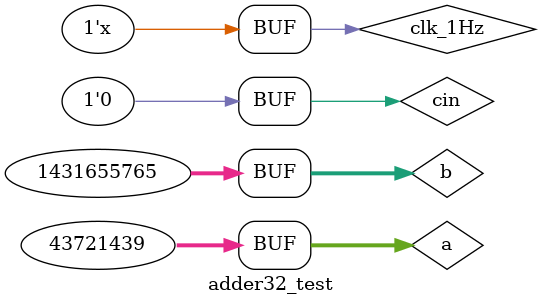
<source format=v>
`timescale 1ns/100ps
module adder32_test();
    reg clk_1Hz,cin;
    reg [31:0] a;//±»¼ÓÊý
	reg [31:0] b;//¼ÓÊý
	wire [31:0] s;//ºÍ
	wire cout;//½øÎ»Êä³ö
    adder32 U0(a,b,cin,s,cout);
    always #50 clk_1Hz = ~clk_1Hz ;
    initial
    begin
    clk_1Hz=0;cin=0;
	a=32'b00000000000000000000000000000000;b=32'b00000000000000000000000000000001; 
	#100;
	a=32'b11111111111111111111111111111111;b=32'b00000000000000000000000000000001;
	#100;
	a=32'b01010101010101010101010101010101;b=32'b10101010101010101010101010101010;
	#100;
	a=32'b00000010100110110010001011011111;b=32'b01010101010101010101010101010101;
	end
endmodule

</source>
